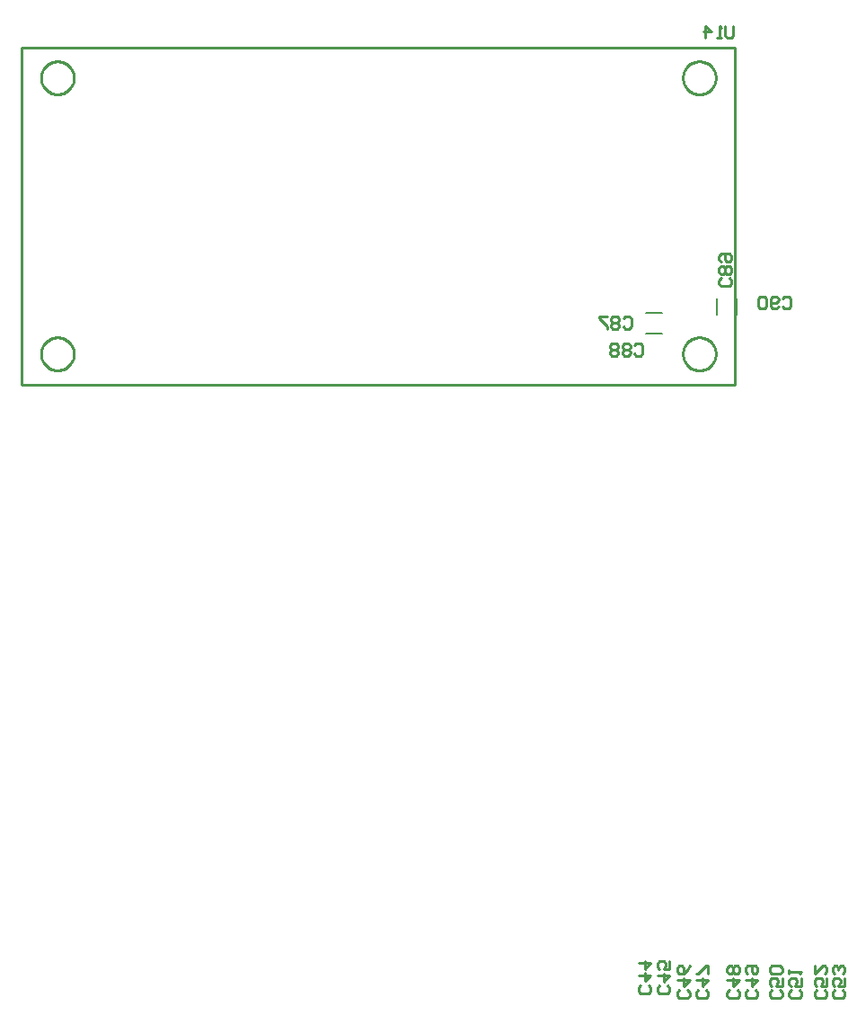
<source format=gbo>
%FSTAX25Y25*%
%MOIN*%
%SFA1B1*%

%IPPOS*%
%ADD14C,0.010000*%
%ADD18C,0.006000*%
%LNgrandmaster-1*%
%LPD*%
G54D14*
X0858258Y0885761D02*
D01*
X0858243Y0886186*
X0858198Y088661*
X0858124Y0887029*
X0858021Y0887442*
X085789Y0887848*
X085773Y0888242*
X0857543Y0888625*
X085733Y0888994*
X0857092Y0889347*
X085683Y0889683*
X0856545Y0889999*
X0856239Y0890295*
X0855912Y0890569*
X0855568Y0890819*
X0855207Y0891045*
X085483Y0891245*
X0854441Y0891418*
X0854041Y0891564*
X0853632Y0891681*
X0853215Y089177*
X0852793Y0891829*
X0852368Y0891859*
X0851943*
X0851518Y0891829*
X0851096Y089177*
X0850679Y0891681*
X085027Y0891564*
X084987Y0891418*
X0849481Y0891245*
X0849105Y0891045*
X0848743Y0890819*
X0848399Y0890569*
X0848072Y0890295*
X0847766Y0889999*
X0847481Y0889683*
X0847219Y0889347*
X0846981Y0888994*
X0846768Y0888625*
X0846581Y0888242*
X0846421Y0887848*
X084629Y0887442*
X0846187Y0887029*
X0846113Y088661*
X0846068Y0886186*
X0846054Y0885761*
X0846068Y0885335*
X0846113Y0884911*
X0846187Y0884492*
X084629Y0884079*
X0846421Y0883673*
X0846581Y0883279*
X0846768Y0882896*
X0846981Y0882527*
X0847219Y0882174*
X0847481Y0881838*
X0847766Y0881522*
X0848072Y0881226*
X0848399Y0880952*
X0848743Y0880702*
X0849105Y0880476*
X0849481Y0880276*
X084987Y0880103*
X085027Y0879957*
X0850679Y087984*
X0851096Y0879751*
X0851518Y0879692*
X0851943Y0879662*
X0852368*
X0852793Y0879692*
X0853215Y0879751*
X0853632Y087984*
X0854041Y0879957*
X0854441Y0880103*
X085483Y0880276*
X0855207Y0880476*
X0855568Y0880702*
X0855912Y0880952*
X0856239Y0881226*
X0856545Y0881522*
X085683Y0881838*
X0857092Y0882174*
X085733Y0882527*
X0857543Y0882896*
X085773Y0883279*
X085789Y0883673*
X0858021Y0884079*
X0858124Y0884492*
X0858198Y0884911*
X0858243Y0885335*
X0858258Y0885761*
Y0783398D02*
D01*
X0858243Y0783823*
X0858198Y0784247*
X0858124Y0784666*
X0858021Y0785079*
X085789Y0785485*
X085773Y0785879*
X0857543Y0786262*
X085733Y0786631*
X0857092Y0786984*
X085683Y078732*
X0856545Y0787636*
X0856239Y0787932*
X0855912Y0788206*
X0855568Y0788456*
X0855207Y0788682*
X085483Y0788882*
X0854441Y0789055*
X0854041Y0789201*
X0853632Y0789318*
X0853215Y0789407*
X0852793Y0789466*
X0852368Y0789496*
X0851943*
X0851518Y0789466*
X0851096Y0789407*
X0850679Y0789318*
X085027Y0789201*
X084987Y0789055*
X0849481Y0788882*
X0849105Y0788682*
X0848743Y0788456*
X0848399Y0788206*
X0848072Y0787932*
X0847766Y0787636*
X0847481Y078732*
X0847219Y0786984*
X0846981Y0786631*
X0846768Y0786262*
X0846581Y0785879*
X0846421Y0785485*
X084629Y0785079*
X0846187Y0784666*
X0846113Y0784247*
X0846068Y0783823*
X0846054Y0783398*
X0846068Y0782972*
X0846113Y0782548*
X0846187Y0782129*
X084629Y0781716*
X0846421Y078131*
X0846581Y0780916*
X0846768Y0780533*
X0846981Y0780164*
X0847219Y0779811*
X0847481Y0779475*
X0847766Y0779159*
X0848072Y0778863*
X0848399Y0778589*
X0848743Y0778339*
X0849105Y0778113*
X0849481Y0777913*
X084987Y077774*
X085027Y0777594*
X0850679Y0777477*
X0851096Y0777388*
X0851518Y0777329*
X0851943Y0777299*
X0852368*
X0852793Y0777329*
X0853215Y0777388*
X0853632Y0777477*
X0854041Y0777594*
X0854441Y077774*
X085483Y0777913*
X0855207Y0778113*
X0855568Y0778339*
X0855912Y0778589*
X0856239Y0778863*
X0856545Y0779159*
X085683Y0779475*
X0857092Y0779811*
X085733Y0780164*
X0857543Y0780533*
X085773Y0780916*
X085789Y078131*
X0858021Y0781716*
X0858124Y0782129*
X0858198Y0782548*
X0858243Y0782972*
X0858258Y0783398*
X0620069D02*
D01*
X0620054Y0783823*
X0620009Y0784247*
X0619935Y0784666*
X0619832Y0785079*
X0619701Y0785485*
X0619541Y0785879*
X0619354Y0786262*
X0619141Y0786631*
X0618903Y0786984*
X0618641Y078732*
X0618356Y0787636*
X061805Y0787932*
X0617723Y0788206*
X0617379Y0788456*
X0617018Y0788682*
X0616641Y0788882*
X0616252Y0789055*
X0615852Y0789201*
X0615443Y0789318*
X0615026Y0789407*
X0614604Y0789466*
X0614179Y0789496*
X0613754*
X0613329Y0789466*
X0612907Y0789407*
X061249Y0789318*
X0612081Y0789201*
X0611681Y0789055*
X0611292Y0788882*
X0610916Y0788682*
X0610554Y0788456*
X061021Y0788206*
X0609883Y0787932*
X0609577Y0787636*
X0609292Y078732*
X060903Y0786984*
X0608792Y0786631*
X0608579Y0786262*
X0608392Y0785879*
X0608232Y0785485*
X0608101Y0785079*
X0607998Y0784666*
X0607924Y0784247*
X0607879Y0783823*
X0607865Y0783398*
X0607879Y0782972*
X0607924Y0782548*
X0607998Y0782129*
X0608101Y0781716*
X0608232Y078131*
X0608392Y0780916*
X0608579Y0780533*
X0608792Y0780164*
X060903Y0779811*
X0609292Y0779475*
X0609577Y0779159*
X0609883Y0778863*
X061021Y0778589*
X0610554Y0778339*
X0610916Y0778113*
X0611292Y0777913*
X0611681Y077774*
X0612081Y0777594*
X061249Y0777477*
X0612907Y0777388*
X0613329Y0777329*
X0613754Y0777299*
X0614179*
X0614604Y0777329*
X0615026Y0777388*
X0615443Y0777477*
X0615852Y0777594*
X0616252Y077774*
X0616641Y0777913*
X0617018Y0778113*
X0617379Y0778339*
X0617723Y0778589*
X061805Y0778863*
X0618356Y0779159*
X0618641Y0779475*
X0618903Y0779811*
X0619141Y0780164*
X0619354Y0780533*
X0619541Y0780916*
X0619701Y078131*
X0619832Y0781716*
X0619935Y0782129*
X0620009Y0782548*
X0620054Y0782972*
X0620069Y0783398*
Y0885761D02*
D01*
X0620054Y0886186*
X0620009Y088661*
X0619935Y0887029*
X0619832Y0887442*
X0619701Y0887848*
X0619541Y0888242*
X0619354Y0888625*
X0619141Y0888994*
X0618903Y0889347*
X0618641Y0889683*
X0618356Y0889999*
X061805Y0890295*
X0617723Y0890569*
X0617379Y0890819*
X0617018Y0891045*
X0616641Y0891245*
X0616252Y0891418*
X0615852Y0891564*
X0615443Y0891681*
X0615026Y089177*
X0614604Y0891829*
X0614179Y0891859*
X0613754*
X0613329Y0891829*
X0612907Y089177*
X061249Y0891681*
X0612081Y0891564*
X0611681Y0891418*
X0611292Y0891245*
X0610916Y0891045*
X0610554Y0890819*
X061021Y0890569*
X0609883Y0890295*
X0609577Y0889999*
X0609292Y0889683*
X060903Y0889347*
X0608792Y0888994*
X0608579Y0888625*
X0608392Y0888242*
X0608232Y0887848*
X0608101Y0887442*
X0607998Y0887029*
X0607924Y088661*
X0607879Y0886186*
X0607865Y0885761*
X0607879Y0885335*
X0607924Y0884911*
X0607998Y0884492*
X0608101Y0884079*
X0608232Y0883673*
X0608392Y0883279*
X0608579Y0882896*
X0608792Y0882527*
X060903Y0882174*
X0609292Y0881838*
X0609577Y0881522*
X0609883Y0881226*
X061021Y0880952*
X0610554Y0880702*
X0610916Y0880476*
X0611292Y0880276*
X0611681Y0880103*
X0612081Y0879957*
X061249Y087984*
X0612907Y0879751*
X0613329Y0879692*
X0613754Y0879662*
X0614179*
X0614604Y0879692*
X0615026Y0879751*
X0615443Y087984*
X0615852Y0879957*
X0616252Y0880103*
X0616641Y0880276*
X0617018Y0880476*
X0617379Y0880702*
X0617723Y0880952*
X061805Y0881226*
X0618356Y0881522*
X0618641Y0881838*
X0618903Y0882174*
X0619141Y0882527*
X0619354Y0882896*
X0619541Y0883279*
X0619701Y0883673*
X0619832Y0884079*
X0619935Y0884492*
X0620009Y0884911*
X0620054Y0885335*
X0620069Y0885761*
X0865305Y077208D02*
Y0897079D01*
X0600817Y077208D02*
X0865305D01*
X0600817D02*
Y0897079D01*
X0865305*
X0823871Y0796465D02*
X0824621Y0797215D01*
X082612*
X082687Y0796465*
Y0793466*
X082612Y0792717*
X0824621*
X0823871Y0793466*
X0822371Y0796465D02*
X0821622Y0797215D01*
X0820122*
X0819372Y0796465*
Y0795716*
X0820122Y0794966*
X0819372Y0794216*
Y0793466*
X0820122Y0792717*
X0821622*
X0822371Y0793466*
Y0794216*
X0821622Y0794966*
X0822371Y0795716*
Y0796465*
X0821622Y0794966D02*
X0820122D01*
X0817873Y0797215D02*
X0814874D01*
Y0796465*
X0817873Y0793466*
Y0792717*
X0828005Y0786524D02*
X0828755Y0787274D01*
X0830254*
X0831004Y0786524*
Y0783525*
X0830254Y0782776*
X0828755*
X0828005Y0783525*
X0826505Y0786524D02*
X0825756Y0787274D01*
X0824256*
X0823506Y0786524*
Y0785775*
X0824256Y0785025*
X0823506Y0784275*
Y0783525*
X0824256Y0782776*
X0825756*
X0826505Y0783525*
Y0784275*
X0825756Y0785025*
X0826505Y0785775*
Y0786524*
X0825756Y0785025D02*
X0824256D01*
X0822007Y0786524D02*
X0821257Y0787274D01*
X0819758*
X0819008Y0786524*
Y0785775*
X0819758Y0785025*
X0819008Y0784275*
Y0783525*
X0819758Y0782776*
X0821257*
X0822007Y0783525*
Y0784275*
X0821257Y0785025*
X0822007Y0785775*
Y0786524*
X0821257Y0785025D02*
X0819758D01*
X0863198Y0811464D02*
X0863947Y0810714D01*
Y0809214*
X0863198Y0808465*
X0860199*
X0859449Y0809214*
Y0810714*
X0860199Y0811464*
X0863198Y0812963D02*
X0863947Y0813713D01*
Y0815212*
X0863198Y0815962*
X0862448*
X0861698Y0815212*
X0860948Y0815962*
X0860199*
X0859449Y0815212*
Y0813713*
X0860199Y0812963*
X0860948*
X0861698Y0813713*
X0862448Y0812963*
X0863198*
X0861698Y0813713D02*
Y0815212D01*
X0860199Y0817462D02*
X0859449Y0818211D01*
Y0819711*
X0860199Y0820461*
X0863198*
X0863947Y0819711*
Y0818211*
X0863198Y0817462*
X0862448*
X0861698Y0818211*
Y0820461*
X0882999Y0803899D02*
X0883749Y0804649D01*
X0885248*
X0885998Y0803899*
Y08009*
X0885248Y0800151*
X0883749*
X0882999Y08009*
X0881499D02*
X088075Y0800151D01*
X087925*
X08785Y08009*
Y0803899*
X087925Y0804649*
X088075*
X0881499Y0803899*
Y080315*
X088075Y08024*
X08785*
X0877001Y0803899D02*
X0876251Y0804649D01*
X0874752*
X0874002Y0803899*
Y08009*
X0874752Y0800151*
X0876251*
X0877001Y08009*
Y0803899*
X08648Y0905099D02*
Y090135D01*
X086405Y09006*
X0862551*
X0861801Y090135*
Y0905099*
X0860301Y09006D02*
X0858802D01*
X0859552*
Y0905099*
X0860301Y0904349*
X0854303Y09006D02*
Y0905099D01*
X0856553Y0902849*
X0853554*
X0905299Y0547501D02*
X0906049Y0546751D01*
Y0545252*
X0905299Y0544502*
X09023*
X0901551Y0545252*
Y0546751*
X09023Y0547501*
X0906049Y0552D02*
Y0549001D01*
X09038*
X090455Y05505*
Y055125*
X09038Y0552*
X09023*
X0901551Y055125*
Y054975*
X09023Y0549001*
X0905299Y0553499D02*
X0906049Y0554249D01*
Y0555748*
X0905299Y0556498*
X090455*
X09038Y0555748*
Y0554999*
Y0555748*
X090305Y0556498*
X09023*
X0901551Y0555748*
Y0554249*
X09023Y0553499*
X0898699Y0547501D02*
X0899449Y0546751D01*
Y0545252*
X0898699Y0544502*
X08957*
X0894951Y0545252*
Y0546751*
X08957Y0547501*
X0899449Y0552D02*
Y0549001D01*
X08972*
X089795Y05505*
Y055125*
X08972Y0552*
X08957*
X0894951Y055125*
Y054975*
X08957Y0549001*
X0894951Y0556498D02*
Y0553499D01*
X089795Y0556498*
X0898699*
X0899449Y0555748*
Y0554249*
X0898699Y0553499*
X08892Y0547501D02*
X0889949Y0546751D01*
Y0545252*
X08892Y0544502*
X0886201*
X0885451Y0545252*
Y0546751*
X0886201Y0547501*
X0889949Y0552D02*
Y0549001D01*
X08877*
X088845Y05505*
Y055125*
X08877Y0552*
X0886201*
X0885451Y055125*
Y054975*
X0886201Y0549001*
X0885451Y0553499D02*
Y0554999D01*
Y0554249*
X0889949*
X08892Y0553499*
X08821Y0547501D02*
X0882849Y0546751D01*
Y0545252*
X08821Y0544502*
X0879101*
X0878351Y0545252*
Y0546751*
X0879101Y0547501*
X0882849Y0552D02*
Y0549001D01*
X08806*
X088135Y05505*
Y055125*
X08806Y0552*
X0879101*
X0878351Y055125*
Y054975*
X0879101Y0549001*
X08821Y0553499D02*
X0882849Y0554249D01*
Y0555748*
X08821Y0556498*
X0879101*
X0878351Y0555748*
Y0554249*
X0879101Y0553499*
X08821*
X0872999Y0547501D02*
X0873749Y0546751D01*
Y0545252*
X0872999Y0544502*
X087*
X0869251Y0545252*
Y0546751*
X087Y0547501*
X0869251Y055125D02*
X0873749D01*
X08715Y0549001*
Y0552*
X087Y0553499D02*
X0869251Y0554249D01*
Y0555748*
X087Y0556498*
X0872999*
X0873749Y0555748*
Y0554249*
X0872999Y0553499*
X087225*
X08715Y0554249*
Y0556498*
X0866199Y0547501D02*
X0866949Y0546751D01*
Y0545252*
X0866199Y0544502*
X08632*
X0862451Y0545252*
Y0546751*
X08632Y0547501*
X0862451Y055125D02*
X0866949D01*
X08647Y0549001*
Y0552*
X0866199Y0553499D02*
X0866949Y0554249D01*
Y0555748*
X0866199Y0556498*
X086545*
X08647Y0555748*
X086395Y0556498*
X08632*
X0862451Y0555748*
Y0554249*
X08632Y0553499*
X086395*
X08647Y0554249*
X086545Y0553499*
X0866199*
X08647Y0554249D02*
Y0555748D01*
X08547Y0547501D02*
X0855449Y0546751D01*
Y0545252*
X08547Y0544502*
X08517*
X0850951Y0545252*
Y0546751*
X08517Y0547501*
X0850951Y055125D02*
X0855449D01*
X08532Y0549001*
Y0552*
X0855449Y0553499D02*
Y0556498D01*
X08547*
X08517Y0553499*
X0850951*
X0847799Y0547501D02*
X0848549Y0546751D01*
Y0545252*
X0847799Y0544502*
X08448*
X0844051Y0545252*
Y0546751*
X08448Y0547501*
X0844051Y055125D02*
X0848549D01*
X08463Y0549001*
Y0552*
X0848549Y0556498D02*
X0847799Y0554999D01*
X08463Y0553499*
X08448*
X0844051Y0554249*
Y0555748*
X08448Y0556498*
X084555*
X08463Y0555748*
Y0553499*
X0840363Y054916D02*
X0841113Y0548411D01*
Y0546911*
X0840363Y0546161*
X0837364*
X0836614Y0546911*
Y0548411*
X0837364Y054916*
X0836614Y0552909D02*
X0841113D01*
X0838863Y055066*
Y0553659*
X0841113Y0558157D02*
Y0555159D01*
X0838863*
X0839613Y0556658*
Y0557408*
X0838863Y0558157*
X0837364*
X0836614Y0557408*
Y0555908*
X0837364Y0555159*
X0833375Y0549357D02*
X0834124Y0548607D01*
Y0547108*
X0833375Y0546358*
X0830376*
X0829626Y0547108*
Y0548607*
X0830376Y0549357*
X0829626Y0553106D02*
X0834124D01*
X0831875Y0550857*
Y0553856*
X0829626Y0557605D02*
X0834124D01*
X0831875Y0555355*
Y0558354*
G54D18*
X08323Y07986D02*
X08383D01*
X08323Y0791D02*
X08383D01*
X08661Y07981D02*
Y08041D01*
X08585Y07981D02*
Y08041D01*
M02*
</source>
